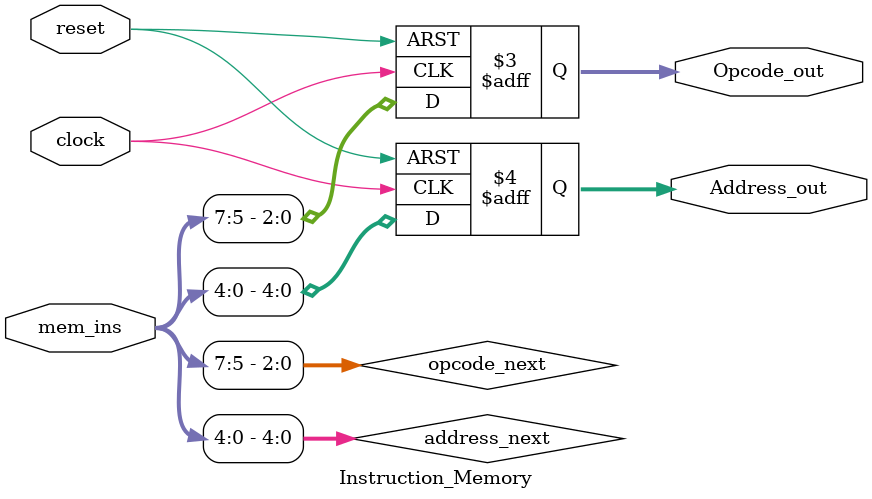
<source format=v>
module Instruction_Memory(
    input clock,
    input reset,
    input [7:0] mem_ins,
    output reg [2:0] Opcode_out,
    output reg [4:0] Address_out
    );
    reg [2:0] opcode_next;
    reg [4:0] address_next;

    always @(*) begin
        opcode_next = mem_ins[7:5];
        address_next = mem_ins[4:0];
    end

    always @(posedge clock or posedge reset) begin
        if (reset) begin
            Opcode_out <= 3'b0;      
            Address_out <= 5'b0;    
        end else begin
            Opcode_out <= opcode_next;
            Address_out <= address_next;
        end
    end
endmodule
</source>
